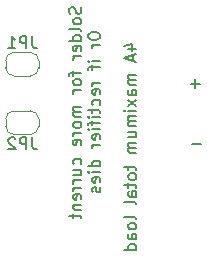
<source format=gbr>
%TF.GenerationSoftware,KiCad,Pcbnew,7.0.7*%
%TF.CreationDate,2023-08-28T09:58:40+02:00*%
%TF.ProjectId,solenoidDecoder,736f6c65-6e6f-4696-9444-65636f646572,rev?*%
%TF.SameCoordinates,Original*%
%TF.FileFunction,Legend,Bot*%
%TF.FilePolarity,Positive*%
%FSLAX46Y46*%
G04 Gerber Fmt 4.6, Leading zero omitted, Abs format (unit mm)*
G04 Created by KiCad (PCBNEW 7.0.7) date 2023-08-28 09:58:40*
%MOMM*%
%LPD*%
G01*
G04 APERTURE LIST*
G04 Aperture macros list*
%AMFreePoly0*
4,1,19,0.500000,-0.750000,0.000000,-0.750000,0.000000,-0.744911,-0.071157,-0.744911,-0.207708,-0.704816,-0.327430,-0.627875,-0.420627,-0.520320,-0.479746,-0.390866,-0.500000,-0.250000,-0.500000,0.250000,-0.479746,0.390866,-0.420627,0.520320,-0.327430,0.627875,-0.207708,0.704816,-0.071157,0.744911,0.000000,0.744911,0.000000,0.750000,0.500000,0.750000,0.500000,-0.750000,0.500000,-0.750000,
$1*%
%AMFreePoly1*
4,1,19,0.000000,0.744911,0.071157,0.744911,0.207708,0.704816,0.327430,0.627875,0.420627,0.520320,0.479746,0.390866,0.500000,0.250000,0.500000,-0.250000,0.479746,-0.390866,0.420627,-0.520320,0.327430,-0.627875,0.207708,-0.704816,0.071157,-0.744911,0.000000,-0.744911,0.000000,-0.750000,-0.500000,-0.750000,-0.500000,0.750000,0.000000,0.750000,0.000000,0.744911,0.000000,0.744911,
$1*%
G04 Aperture macros list end*
%ADD10C,0.150000*%
%ADD11C,0.120000*%
%ADD12C,3.200000*%
%ADD13R,2.600000X2.600000*%
%ADD14C,2.600000*%
%ADD15R,1.700000X1.700000*%
%ADD16O,1.700000X1.700000*%
%ADD17FreePoly0,180.000000*%
%ADD18FreePoly1,180.000000*%
%ADD19FreePoly0,0.000000*%
%ADD20FreePoly1,0.000000*%
G04 APERTURE END LIST*
D10*
X144570220Y-56003866D02*
X143808316Y-56003866D01*
X138395152Y-48009350D02*
X139061819Y-48009350D01*
X138014200Y-47771255D02*
X138728485Y-47533160D01*
X138728485Y-47533160D02*
X138728485Y-48152207D01*
X138776104Y-48485541D02*
X138776104Y-48961731D01*
X139061819Y-48390303D02*
X138061819Y-48723636D01*
X138061819Y-48723636D02*
X139061819Y-49056969D01*
X139061819Y-50152208D02*
X138395152Y-50152208D01*
X138490390Y-50152208D02*
X138442771Y-50199827D01*
X138442771Y-50199827D02*
X138395152Y-50295065D01*
X138395152Y-50295065D02*
X138395152Y-50437922D01*
X138395152Y-50437922D02*
X138442771Y-50533160D01*
X138442771Y-50533160D02*
X138538009Y-50580779D01*
X138538009Y-50580779D02*
X139061819Y-50580779D01*
X138538009Y-50580779D02*
X138442771Y-50628398D01*
X138442771Y-50628398D02*
X138395152Y-50723636D01*
X138395152Y-50723636D02*
X138395152Y-50866493D01*
X138395152Y-50866493D02*
X138442771Y-50961732D01*
X138442771Y-50961732D02*
X138538009Y-51009351D01*
X138538009Y-51009351D02*
X139061819Y-51009351D01*
X139061819Y-51914112D02*
X138538009Y-51914112D01*
X138538009Y-51914112D02*
X138442771Y-51866493D01*
X138442771Y-51866493D02*
X138395152Y-51771255D01*
X138395152Y-51771255D02*
X138395152Y-51580779D01*
X138395152Y-51580779D02*
X138442771Y-51485541D01*
X139014200Y-51914112D02*
X139061819Y-51818874D01*
X139061819Y-51818874D02*
X139061819Y-51580779D01*
X139061819Y-51580779D02*
X139014200Y-51485541D01*
X139014200Y-51485541D02*
X138918961Y-51437922D01*
X138918961Y-51437922D02*
X138823723Y-51437922D01*
X138823723Y-51437922D02*
X138728485Y-51485541D01*
X138728485Y-51485541D02*
X138680866Y-51580779D01*
X138680866Y-51580779D02*
X138680866Y-51818874D01*
X138680866Y-51818874D02*
X138633247Y-51914112D01*
X139061819Y-52295065D02*
X138395152Y-52818874D01*
X138395152Y-52295065D02*
X139061819Y-52818874D01*
X139061819Y-53199827D02*
X138395152Y-53199827D01*
X138061819Y-53199827D02*
X138109438Y-53152208D01*
X138109438Y-53152208D02*
X138157057Y-53199827D01*
X138157057Y-53199827D02*
X138109438Y-53247446D01*
X138109438Y-53247446D02*
X138061819Y-53199827D01*
X138061819Y-53199827D02*
X138157057Y-53199827D01*
X139061819Y-53676017D02*
X138395152Y-53676017D01*
X138490390Y-53676017D02*
X138442771Y-53723636D01*
X138442771Y-53723636D02*
X138395152Y-53818874D01*
X138395152Y-53818874D02*
X138395152Y-53961731D01*
X138395152Y-53961731D02*
X138442771Y-54056969D01*
X138442771Y-54056969D02*
X138538009Y-54104588D01*
X138538009Y-54104588D02*
X139061819Y-54104588D01*
X138538009Y-54104588D02*
X138442771Y-54152207D01*
X138442771Y-54152207D02*
X138395152Y-54247445D01*
X138395152Y-54247445D02*
X138395152Y-54390302D01*
X138395152Y-54390302D02*
X138442771Y-54485541D01*
X138442771Y-54485541D02*
X138538009Y-54533160D01*
X138538009Y-54533160D02*
X139061819Y-54533160D01*
X138395152Y-55437921D02*
X139061819Y-55437921D01*
X138395152Y-55009350D02*
X138918961Y-55009350D01*
X138918961Y-55009350D02*
X139014200Y-55056969D01*
X139014200Y-55056969D02*
X139061819Y-55152207D01*
X139061819Y-55152207D02*
X139061819Y-55295064D01*
X139061819Y-55295064D02*
X139014200Y-55390302D01*
X139014200Y-55390302D02*
X138966580Y-55437921D01*
X139061819Y-55914112D02*
X138395152Y-55914112D01*
X138490390Y-55914112D02*
X138442771Y-55961731D01*
X138442771Y-55961731D02*
X138395152Y-56056969D01*
X138395152Y-56056969D02*
X138395152Y-56199826D01*
X138395152Y-56199826D02*
X138442771Y-56295064D01*
X138442771Y-56295064D02*
X138538009Y-56342683D01*
X138538009Y-56342683D02*
X139061819Y-56342683D01*
X138538009Y-56342683D02*
X138442771Y-56390302D01*
X138442771Y-56390302D02*
X138395152Y-56485540D01*
X138395152Y-56485540D02*
X138395152Y-56628397D01*
X138395152Y-56628397D02*
X138442771Y-56723636D01*
X138442771Y-56723636D02*
X138538009Y-56771255D01*
X138538009Y-56771255D02*
X139061819Y-56771255D01*
X138395152Y-57866493D02*
X138395152Y-58247445D01*
X138061819Y-58009350D02*
X138918961Y-58009350D01*
X138918961Y-58009350D02*
X139014200Y-58056969D01*
X139014200Y-58056969D02*
X139061819Y-58152207D01*
X139061819Y-58152207D02*
X139061819Y-58247445D01*
X139061819Y-58723636D02*
X139014200Y-58628398D01*
X139014200Y-58628398D02*
X138966580Y-58580779D01*
X138966580Y-58580779D02*
X138871342Y-58533160D01*
X138871342Y-58533160D02*
X138585628Y-58533160D01*
X138585628Y-58533160D02*
X138490390Y-58580779D01*
X138490390Y-58580779D02*
X138442771Y-58628398D01*
X138442771Y-58628398D02*
X138395152Y-58723636D01*
X138395152Y-58723636D02*
X138395152Y-58866493D01*
X138395152Y-58866493D02*
X138442771Y-58961731D01*
X138442771Y-58961731D02*
X138490390Y-59009350D01*
X138490390Y-59009350D02*
X138585628Y-59056969D01*
X138585628Y-59056969D02*
X138871342Y-59056969D01*
X138871342Y-59056969D02*
X138966580Y-59009350D01*
X138966580Y-59009350D02*
X139014200Y-58961731D01*
X139014200Y-58961731D02*
X139061819Y-58866493D01*
X139061819Y-58866493D02*
X139061819Y-58723636D01*
X138395152Y-59342684D02*
X138395152Y-59723636D01*
X138061819Y-59485541D02*
X138918961Y-59485541D01*
X138918961Y-59485541D02*
X139014200Y-59533160D01*
X139014200Y-59533160D02*
X139061819Y-59628398D01*
X139061819Y-59628398D02*
X139061819Y-59723636D01*
X139061819Y-60485541D02*
X138538009Y-60485541D01*
X138538009Y-60485541D02*
X138442771Y-60437922D01*
X138442771Y-60437922D02*
X138395152Y-60342684D01*
X138395152Y-60342684D02*
X138395152Y-60152208D01*
X138395152Y-60152208D02*
X138442771Y-60056970D01*
X139014200Y-60485541D02*
X139061819Y-60390303D01*
X139061819Y-60390303D02*
X139061819Y-60152208D01*
X139061819Y-60152208D02*
X139014200Y-60056970D01*
X139014200Y-60056970D02*
X138918961Y-60009351D01*
X138918961Y-60009351D02*
X138823723Y-60009351D01*
X138823723Y-60009351D02*
X138728485Y-60056970D01*
X138728485Y-60056970D02*
X138680866Y-60152208D01*
X138680866Y-60152208D02*
X138680866Y-60390303D01*
X138680866Y-60390303D02*
X138633247Y-60485541D01*
X139061819Y-61104589D02*
X139014200Y-61009351D01*
X139014200Y-61009351D02*
X138918961Y-60961732D01*
X138918961Y-60961732D02*
X138061819Y-60961732D01*
X139061819Y-62390304D02*
X139014200Y-62295066D01*
X139014200Y-62295066D02*
X138918961Y-62247447D01*
X138918961Y-62247447D02*
X138061819Y-62247447D01*
X139061819Y-62914114D02*
X139014200Y-62818876D01*
X139014200Y-62818876D02*
X138966580Y-62771257D01*
X138966580Y-62771257D02*
X138871342Y-62723638D01*
X138871342Y-62723638D02*
X138585628Y-62723638D01*
X138585628Y-62723638D02*
X138490390Y-62771257D01*
X138490390Y-62771257D02*
X138442771Y-62818876D01*
X138442771Y-62818876D02*
X138395152Y-62914114D01*
X138395152Y-62914114D02*
X138395152Y-63056971D01*
X138395152Y-63056971D02*
X138442771Y-63152209D01*
X138442771Y-63152209D02*
X138490390Y-63199828D01*
X138490390Y-63199828D02*
X138585628Y-63247447D01*
X138585628Y-63247447D02*
X138871342Y-63247447D01*
X138871342Y-63247447D02*
X138966580Y-63199828D01*
X138966580Y-63199828D02*
X139014200Y-63152209D01*
X139014200Y-63152209D02*
X139061819Y-63056971D01*
X139061819Y-63056971D02*
X139061819Y-62914114D01*
X139061819Y-64104590D02*
X138538009Y-64104590D01*
X138538009Y-64104590D02*
X138442771Y-64056971D01*
X138442771Y-64056971D02*
X138395152Y-63961733D01*
X138395152Y-63961733D02*
X138395152Y-63771257D01*
X138395152Y-63771257D02*
X138442771Y-63676019D01*
X139014200Y-64104590D02*
X139061819Y-64009352D01*
X139061819Y-64009352D02*
X139061819Y-63771257D01*
X139061819Y-63771257D02*
X139014200Y-63676019D01*
X139014200Y-63676019D02*
X138918961Y-63628400D01*
X138918961Y-63628400D02*
X138823723Y-63628400D01*
X138823723Y-63628400D02*
X138728485Y-63676019D01*
X138728485Y-63676019D02*
X138680866Y-63771257D01*
X138680866Y-63771257D02*
X138680866Y-64009352D01*
X138680866Y-64009352D02*
X138633247Y-64104590D01*
X139061819Y-65009352D02*
X138061819Y-65009352D01*
X139014200Y-65009352D02*
X139061819Y-64914114D01*
X139061819Y-64914114D02*
X139061819Y-64723638D01*
X139061819Y-64723638D02*
X139014200Y-64628400D01*
X139014200Y-64628400D02*
X138966580Y-64580781D01*
X138966580Y-64580781D02*
X138871342Y-64533162D01*
X138871342Y-64533162D02*
X138585628Y-64533162D01*
X138585628Y-64533162D02*
X138490390Y-64580781D01*
X138490390Y-64580781D02*
X138442771Y-64628400D01*
X138442771Y-64628400D02*
X138395152Y-64723638D01*
X138395152Y-64723638D02*
X138395152Y-64914114D01*
X138395152Y-64914114D02*
X138442771Y-65009352D01*
X134356200Y-44435236D02*
X134403819Y-44578093D01*
X134403819Y-44578093D02*
X134403819Y-44816188D01*
X134403819Y-44816188D02*
X134356200Y-44911426D01*
X134356200Y-44911426D02*
X134308580Y-44959045D01*
X134308580Y-44959045D02*
X134213342Y-45006664D01*
X134213342Y-45006664D02*
X134118104Y-45006664D01*
X134118104Y-45006664D02*
X134022866Y-44959045D01*
X134022866Y-44959045D02*
X133975247Y-44911426D01*
X133975247Y-44911426D02*
X133927628Y-44816188D01*
X133927628Y-44816188D02*
X133880009Y-44625712D01*
X133880009Y-44625712D02*
X133832390Y-44530474D01*
X133832390Y-44530474D02*
X133784771Y-44482855D01*
X133784771Y-44482855D02*
X133689533Y-44435236D01*
X133689533Y-44435236D02*
X133594295Y-44435236D01*
X133594295Y-44435236D02*
X133499057Y-44482855D01*
X133499057Y-44482855D02*
X133451438Y-44530474D01*
X133451438Y-44530474D02*
X133403819Y-44625712D01*
X133403819Y-44625712D02*
X133403819Y-44863807D01*
X133403819Y-44863807D02*
X133451438Y-45006664D01*
X134403819Y-45578093D02*
X134356200Y-45482855D01*
X134356200Y-45482855D02*
X134308580Y-45435236D01*
X134308580Y-45435236D02*
X134213342Y-45387617D01*
X134213342Y-45387617D02*
X133927628Y-45387617D01*
X133927628Y-45387617D02*
X133832390Y-45435236D01*
X133832390Y-45435236D02*
X133784771Y-45482855D01*
X133784771Y-45482855D02*
X133737152Y-45578093D01*
X133737152Y-45578093D02*
X133737152Y-45720950D01*
X133737152Y-45720950D02*
X133784771Y-45816188D01*
X133784771Y-45816188D02*
X133832390Y-45863807D01*
X133832390Y-45863807D02*
X133927628Y-45911426D01*
X133927628Y-45911426D02*
X134213342Y-45911426D01*
X134213342Y-45911426D02*
X134308580Y-45863807D01*
X134308580Y-45863807D02*
X134356200Y-45816188D01*
X134356200Y-45816188D02*
X134403819Y-45720950D01*
X134403819Y-45720950D02*
X134403819Y-45578093D01*
X134403819Y-46482855D02*
X134356200Y-46387617D01*
X134356200Y-46387617D02*
X134260961Y-46339998D01*
X134260961Y-46339998D02*
X133403819Y-46339998D01*
X134403819Y-47292379D02*
X133403819Y-47292379D01*
X134356200Y-47292379D02*
X134403819Y-47197141D01*
X134403819Y-47197141D02*
X134403819Y-47006665D01*
X134403819Y-47006665D02*
X134356200Y-46911427D01*
X134356200Y-46911427D02*
X134308580Y-46863808D01*
X134308580Y-46863808D02*
X134213342Y-46816189D01*
X134213342Y-46816189D02*
X133927628Y-46816189D01*
X133927628Y-46816189D02*
X133832390Y-46863808D01*
X133832390Y-46863808D02*
X133784771Y-46911427D01*
X133784771Y-46911427D02*
X133737152Y-47006665D01*
X133737152Y-47006665D02*
X133737152Y-47197141D01*
X133737152Y-47197141D02*
X133784771Y-47292379D01*
X134356200Y-48149522D02*
X134403819Y-48054284D01*
X134403819Y-48054284D02*
X134403819Y-47863808D01*
X134403819Y-47863808D02*
X134356200Y-47768570D01*
X134356200Y-47768570D02*
X134260961Y-47720951D01*
X134260961Y-47720951D02*
X133880009Y-47720951D01*
X133880009Y-47720951D02*
X133784771Y-47768570D01*
X133784771Y-47768570D02*
X133737152Y-47863808D01*
X133737152Y-47863808D02*
X133737152Y-48054284D01*
X133737152Y-48054284D02*
X133784771Y-48149522D01*
X133784771Y-48149522D02*
X133880009Y-48197141D01*
X133880009Y-48197141D02*
X133975247Y-48197141D01*
X133975247Y-48197141D02*
X134070485Y-47720951D01*
X134403819Y-48625713D02*
X133737152Y-48625713D01*
X133927628Y-48625713D02*
X133832390Y-48673332D01*
X133832390Y-48673332D02*
X133784771Y-48720951D01*
X133784771Y-48720951D02*
X133737152Y-48816189D01*
X133737152Y-48816189D02*
X133737152Y-48911427D01*
X133737152Y-49863809D02*
X133737152Y-50244761D01*
X134403819Y-50006666D02*
X133546676Y-50006666D01*
X133546676Y-50006666D02*
X133451438Y-50054285D01*
X133451438Y-50054285D02*
X133403819Y-50149523D01*
X133403819Y-50149523D02*
X133403819Y-50244761D01*
X134403819Y-50720952D02*
X134356200Y-50625714D01*
X134356200Y-50625714D02*
X134308580Y-50578095D01*
X134308580Y-50578095D02*
X134213342Y-50530476D01*
X134213342Y-50530476D02*
X133927628Y-50530476D01*
X133927628Y-50530476D02*
X133832390Y-50578095D01*
X133832390Y-50578095D02*
X133784771Y-50625714D01*
X133784771Y-50625714D02*
X133737152Y-50720952D01*
X133737152Y-50720952D02*
X133737152Y-50863809D01*
X133737152Y-50863809D02*
X133784771Y-50959047D01*
X133784771Y-50959047D02*
X133832390Y-51006666D01*
X133832390Y-51006666D02*
X133927628Y-51054285D01*
X133927628Y-51054285D02*
X134213342Y-51054285D01*
X134213342Y-51054285D02*
X134308580Y-51006666D01*
X134308580Y-51006666D02*
X134356200Y-50959047D01*
X134356200Y-50959047D02*
X134403819Y-50863809D01*
X134403819Y-50863809D02*
X134403819Y-50720952D01*
X134403819Y-51482857D02*
X133737152Y-51482857D01*
X133927628Y-51482857D02*
X133832390Y-51530476D01*
X133832390Y-51530476D02*
X133784771Y-51578095D01*
X133784771Y-51578095D02*
X133737152Y-51673333D01*
X133737152Y-51673333D02*
X133737152Y-51768571D01*
X134403819Y-52863810D02*
X133737152Y-52863810D01*
X133832390Y-52863810D02*
X133784771Y-52911429D01*
X133784771Y-52911429D02*
X133737152Y-53006667D01*
X133737152Y-53006667D02*
X133737152Y-53149524D01*
X133737152Y-53149524D02*
X133784771Y-53244762D01*
X133784771Y-53244762D02*
X133880009Y-53292381D01*
X133880009Y-53292381D02*
X134403819Y-53292381D01*
X133880009Y-53292381D02*
X133784771Y-53340000D01*
X133784771Y-53340000D02*
X133737152Y-53435238D01*
X133737152Y-53435238D02*
X133737152Y-53578095D01*
X133737152Y-53578095D02*
X133784771Y-53673334D01*
X133784771Y-53673334D02*
X133880009Y-53720953D01*
X133880009Y-53720953D02*
X134403819Y-53720953D01*
X134403819Y-54340000D02*
X134356200Y-54244762D01*
X134356200Y-54244762D02*
X134308580Y-54197143D01*
X134308580Y-54197143D02*
X134213342Y-54149524D01*
X134213342Y-54149524D02*
X133927628Y-54149524D01*
X133927628Y-54149524D02*
X133832390Y-54197143D01*
X133832390Y-54197143D02*
X133784771Y-54244762D01*
X133784771Y-54244762D02*
X133737152Y-54340000D01*
X133737152Y-54340000D02*
X133737152Y-54482857D01*
X133737152Y-54482857D02*
X133784771Y-54578095D01*
X133784771Y-54578095D02*
X133832390Y-54625714D01*
X133832390Y-54625714D02*
X133927628Y-54673333D01*
X133927628Y-54673333D02*
X134213342Y-54673333D01*
X134213342Y-54673333D02*
X134308580Y-54625714D01*
X134308580Y-54625714D02*
X134356200Y-54578095D01*
X134356200Y-54578095D02*
X134403819Y-54482857D01*
X134403819Y-54482857D02*
X134403819Y-54340000D01*
X134403819Y-55101905D02*
X133737152Y-55101905D01*
X133927628Y-55101905D02*
X133832390Y-55149524D01*
X133832390Y-55149524D02*
X133784771Y-55197143D01*
X133784771Y-55197143D02*
X133737152Y-55292381D01*
X133737152Y-55292381D02*
X133737152Y-55387619D01*
X134356200Y-56101905D02*
X134403819Y-56006667D01*
X134403819Y-56006667D02*
X134403819Y-55816191D01*
X134403819Y-55816191D02*
X134356200Y-55720953D01*
X134356200Y-55720953D02*
X134260961Y-55673334D01*
X134260961Y-55673334D02*
X133880009Y-55673334D01*
X133880009Y-55673334D02*
X133784771Y-55720953D01*
X133784771Y-55720953D02*
X133737152Y-55816191D01*
X133737152Y-55816191D02*
X133737152Y-56006667D01*
X133737152Y-56006667D02*
X133784771Y-56101905D01*
X133784771Y-56101905D02*
X133880009Y-56149524D01*
X133880009Y-56149524D02*
X133975247Y-56149524D01*
X133975247Y-56149524D02*
X134070485Y-55673334D01*
X134356200Y-57768572D02*
X134403819Y-57673334D01*
X134403819Y-57673334D02*
X134403819Y-57482858D01*
X134403819Y-57482858D02*
X134356200Y-57387620D01*
X134356200Y-57387620D02*
X134308580Y-57340001D01*
X134308580Y-57340001D02*
X134213342Y-57292382D01*
X134213342Y-57292382D02*
X133927628Y-57292382D01*
X133927628Y-57292382D02*
X133832390Y-57340001D01*
X133832390Y-57340001D02*
X133784771Y-57387620D01*
X133784771Y-57387620D02*
X133737152Y-57482858D01*
X133737152Y-57482858D02*
X133737152Y-57673334D01*
X133737152Y-57673334D02*
X133784771Y-57768572D01*
X133737152Y-58625715D02*
X134403819Y-58625715D01*
X133737152Y-58197144D02*
X134260961Y-58197144D01*
X134260961Y-58197144D02*
X134356200Y-58244763D01*
X134356200Y-58244763D02*
X134403819Y-58340001D01*
X134403819Y-58340001D02*
X134403819Y-58482858D01*
X134403819Y-58482858D02*
X134356200Y-58578096D01*
X134356200Y-58578096D02*
X134308580Y-58625715D01*
X134403819Y-59101906D02*
X133737152Y-59101906D01*
X133927628Y-59101906D02*
X133832390Y-59149525D01*
X133832390Y-59149525D02*
X133784771Y-59197144D01*
X133784771Y-59197144D02*
X133737152Y-59292382D01*
X133737152Y-59292382D02*
X133737152Y-59387620D01*
X134403819Y-59720954D02*
X133737152Y-59720954D01*
X133927628Y-59720954D02*
X133832390Y-59768573D01*
X133832390Y-59768573D02*
X133784771Y-59816192D01*
X133784771Y-59816192D02*
X133737152Y-59911430D01*
X133737152Y-59911430D02*
X133737152Y-60006668D01*
X134356200Y-60720954D02*
X134403819Y-60625716D01*
X134403819Y-60625716D02*
X134403819Y-60435240D01*
X134403819Y-60435240D02*
X134356200Y-60340002D01*
X134356200Y-60340002D02*
X134260961Y-60292383D01*
X134260961Y-60292383D02*
X133880009Y-60292383D01*
X133880009Y-60292383D02*
X133784771Y-60340002D01*
X133784771Y-60340002D02*
X133737152Y-60435240D01*
X133737152Y-60435240D02*
X133737152Y-60625716D01*
X133737152Y-60625716D02*
X133784771Y-60720954D01*
X133784771Y-60720954D02*
X133880009Y-60768573D01*
X133880009Y-60768573D02*
X133975247Y-60768573D01*
X133975247Y-60768573D02*
X134070485Y-60292383D01*
X133737152Y-61197145D02*
X134403819Y-61197145D01*
X133832390Y-61197145D02*
X133784771Y-61244764D01*
X133784771Y-61244764D02*
X133737152Y-61340002D01*
X133737152Y-61340002D02*
X133737152Y-61482859D01*
X133737152Y-61482859D02*
X133784771Y-61578097D01*
X133784771Y-61578097D02*
X133880009Y-61625716D01*
X133880009Y-61625716D02*
X134403819Y-61625716D01*
X133737152Y-61959050D02*
X133737152Y-62340002D01*
X133403819Y-62101907D02*
X134260961Y-62101907D01*
X134260961Y-62101907D02*
X134356200Y-62149526D01*
X134356200Y-62149526D02*
X134403819Y-62244764D01*
X134403819Y-62244764D02*
X134403819Y-62340002D01*
X135013819Y-46792380D02*
X135013819Y-46982856D01*
X135013819Y-46982856D02*
X135061438Y-47078094D01*
X135061438Y-47078094D02*
X135156676Y-47173332D01*
X135156676Y-47173332D02*
X135347152Y-47220951D01*
X135347152Y-47220951D02*
X135680485Y-47220951D01*
X135680485Y-47220951D02*
X135870961Y-47173332D01*
X135870961Y-47173332D02*
X135966200Y-47078094D01*
X135966200Y-47078094D02*
X136013819Y-46982856D01*
X136013819Y-46982856D02*
X136013819Y-46792380D01*
X136013819Y-46792380D02*
X135966200Y-46697142D01*
X135966200Y-46697142D02*
X135870961Y-46601904D01*
X135870961Y-46601904D02*
X135680485Y-46554285D01*
X135680485Y-46554285D02*
X135347152Y-46554285D01*
X135347152Y-46554285D02*
X135156676Y-46601904D01*
X135156676Y-46601904D02*
X135061438Y-46697142D01*
X135061438Y-46697142D02*
X135013819Y-46792380D01*
X136013819Y-47649523D02*
X135347152Y-47649523D01*
X135537628Y-47649523D02*
X135442390Y-47697142D01*
X135442390Y-47697142D02*
X135394771Y-47744761D01*
X135394771Y-47744761D02*
X135347152Y-47839999D01*
X135347152Y-47839999D02*
X135347152Y-47935237D01*
X136013819Y-49030476D02*
X135347152Y-49030476D01*
X135013819Y-49030476D02*
X135061438Y-48982857D01*
X135061438Y-48982857D02*
X135109057Y-49030476D01*
X135109057Y-49030476D02*
X135061438Y-49078095D01*
X135061438Y-49078095D02*
X135013819Y-49030476D01*
X135013819Y-49030476D02*
X135109057Y-49030476D01*
X135347152Y-49363809D02*
X135347152Y-49744761D01*
X136013819Y-49506666D02*
X135156676Y-49506666D01*
X135156676Y-49506666D02*
X135061438Y-49554285D01*
X135061438Y-49554285D02*
X135013819Y-49649523D01*
X135013819Y-49649523D02*
X135013819Y-49744761D01*
X136013819Y-50840000D02*
X135347152Y-50840000D01*
X135537628Y-50840000D02*
X135442390Y-50887619D01*
X135442390Y-50887619D02*
X135394771Y-50935238D01*
X135394771Y-50935238D02*
X135347152Y-51030476D01*
X135347152Y-51030476D02*
X135347152Y-51125714D01*
X135966200Y-51840000D02*
X136013819Y-51744762D01*
X136013819Y-51744762D02*
X136013819Y-51554286D01*
X136013819Y-51554286D02*
X135966200Y-51459048D01*
X135966200Y-51459048D02*
X135870961Y-51411429D01*
X135870961Y-51411429D02*
X135490009Y-51411429D01*
X135490009Y-51411429D02*
X135394771Y-51459048D01*
X135394771Y-51459048D02*
X135347152Y-51554286D01*
X135347152Y-51554286D02*
X135347152Y-51744762D01*
X135347152Y-51744762D02*
X135394771Y-51840000D01*
X135394771Y-51840000D02*
X135490009Y-51887619D01*
X135490009Y-51887619D02*
X135585247Y-51887619D01*
X135585247Y-51887619D02*
X135680485Y-51411429D01*
X135966200Y-52744762D02*
X136013819Y-52649524D01*
X136013819Y-52649524D02*
X136013819Y-52459048D01*
X136013819Y-52459048D02*
X135966200Y-52363810D01*
X135966200Y-52363810D02*
X135918580Y-52316191D01*
X135918580Y-52316191D02*
X135823342Y-52268572D01*
X135823342Y-52268572D02*
X135537628Y-52268572D01*
X135537628Y-52268572D02*
X135442390Y-52316191D01*
X135442390Y-52316191D02*
X135394771Y-52363810D01*
X135394771Y-52363810D02*
X135347152Y-52459048D01*
X135347152Y-52459048D02*
X135347152Y-52649524D01*
X135347152Y-52649524D02*
X135394771Y-52744762D01*
X135347152Y-53030477D02*
X135347152Y-53411429D01*
X135013819Y-53173334D02*
X135870961Y-53173334D01*
X135870961Y-53173334D02*
X135966200Y-53220953D01*
X135966200Y-53220953D02*
X136013819Y-53316191D01*
X136013819Y-53316191D02*
X136013819Y-53411429D01*
X136013819Y-53744763D02*
X135347152Y-53744763D01*
X135013819Y-53744763D02*
X135061438Y-53697144D01*
X135061438Y-53697144D02*
X135109057Y-53744763D01*
X135109057Y-53744763D02*
X135061438Y-53792382D01*
X135061438Y-53792382D02*
X135013819Y-53744763D01*
X135013819Y-53744763D02*
X135109057Y-53744763D01*
X135347152Y-54078096D02*
X135347152Y-54459048D01*
X136013819Y-54220953D02*
X135156676Y-54220953D01*
X135156676Y-54220953D02*
X135061438Y-54268572D01*
X135061438Y-54268572D02*
X135013819Y-54363810D01*
X135013819Y-54363810D02*
X135013819Y-54459048D01*
X136013819Y-54792382D02*
X135347152Y-54792382D01*
X135013819Y-54792382D02*
X135061438Y-54744763D01*
X135061438Y-54744763D02*
X135109057Y-54792382D01*
X135109057Y-54792382D02*
X135061438Y-54840001D01*
X135061438Y-54840001D02*
X135013819Y-54792382D01*
X135013819Y-54792382D02*
X135109057Y-54792382D01*
X135966200Y-55649524D02*
X136013819Y-55554286D01*
X136013819Y-55554286D02*
X136013819Y-55363810D01*
X136013819Y-55363810D02*
X135966200Y-55268572D01*
X135966200Y-55268572D02*
X135870961Y-55220953D01*
X135870961Y-55220953D02*
X135490009Y-55220953D01*
X135490009Y-55220953D02*
X135394771Y-55268572D01*
X135394771Y-55268572D02*
X135347152Y-55363810D01*
X135347152Y-55363810D02*
X135347152Y-55554286D01*
X135347152Y-55554286D02*
X135394771Y-55649524D01*
X135394771Y-55649524D02*
X135490009Y-55697143D01*
X135490009Y-55697143D02*
X135585247Y-55697143D01*
X135585247Y-55697143D02*
X135680485Y-55220953D01*
X136013819Y-56125715D02*
X135347152Y-56125715D01*
X135537628Y-56125715D02*
X135442390Y-56173334D01*
X135442390Y-56173334D02*
X135394771Y-56220953D01*
X135394771Y-56220953D02*
X135347152Y-56316191D01*
X135347152Y-56316191D02*
X135347152Y-56411429D01*
X136013819Y-57935239D02*
X135013819Y-57935239D01*
X135966200Y-57935239D02*
X136013819Y-57840001D01*
X136013819Y-57840001D02*
X136013819Y-57649525D01*
X136013819Y-57649525D02*
X135966200Y-57554287D01*
X135966200Y-57554287D02*
X135918580Y-57506668D01*
X135918580Y-57506668D02*
X135823342Y-57459049D01*
X135823342Y-57459049D02*
X135537628Y-57459049D01*
X135537628Y-57459049D02*
X135442390Y-57506668D01*
X135442390Y-57506668D02*
X135394771Y-57554287D01*
X135394771Y-57554287D02*
X135347152Y-57649525D01*
X135347152Y-57649525D02*
X135347152Y-57840001D01*
X135347152Y-57840001D02*
X135394771Y-57935239D01*
X136013819Y-58411430D02*
X135347152Y-58411430D01*
X135013819Y-58411430D02*
X135061438Y-58363811D01*
X135061438Y-58363811D02*
X135109057Y-58411430D01*
X135109057Y-58411430D02*
X135061438Y-58459049D01*
X135061438Y-58459049D02*
X135013819Y-58411430D01*
X135013819Y-58411430D02*
X135109057Y-58411430D01*
X135966200Y-59268572D02*
X136013819Y-59173334D01*
X136013819Y-59173334D02*
X136013819Y-58982858D01*
X136013819Y-58982858D02*
X135966200Y-58887620D01*
X135966200Y-58887620D02*
X135870961Y-58840001D01*
X135870961Y-58840001D02*
X135490009Y-58840001D01*
X135490009Y-58840001D02*
X135394771Y-58887620D01*
X135394771Y-58887620D02*
X135347152Y-58982858D01*
X135347152Y-58982858D02*
X135347152Y-59173334D01*
X135347152Y-59173334D02*
X135394771Y-59268572D01*
X135394771Y-59268572D02*
X135490009Y-59316191D01*
X135490009Y-59316191D02*
X135585247Y-59316191D01*
X135585247Y-59316191D02*
X135680485Y-58840001D01*
X135966200Y-59697144D02*
X136013819Y-59792382D01*
X136013819Y-59792382D02*
X136013819Y-59982858D01*
X136013819Y-59982858D02*
X135966200Y-60078096D01*
X135966200Y-60078096D02*
X135870961Y-60125715D01*
X135870961Y-60125715D02*
X135823342Y-60125715D01*
X135823342Y-60125715D02*
X135728104Y-60078096D01*
X135728104Y-60078096D02*
X135680485Y-59982858D01*
X135680485Y-59982858D02*
X135680485Y-59840001D01*
X135680485Y-59840001D02*
X135632866Y-59744763D01*
X135632866Y-59744763D02*
X135537628Y-59697144D01*
X135537628Y-59697144D02*
X135490009Y-59697144D01*
X135490009Y-59697144D02*
X135394771Y-59744763D01*
X135394771Y-59744763D02*
X135347152Y-59840001D01*
X135347152Y-59840001D02*
X135347152Y-59982858D01*
X135347152Y-59982858D02*
X135394771Y-60078096D01*
X144443220Y-50923866D02*
X143681316Y-50923866D01*
X144062268Y-51304819D02*
X144062268Y-50542914D01*
X130246333Y-46930819D02*
X130246333Y-47645104D01*
X130246333Y-47645104D02*
X130293952Y-47787961D01*
X130293952Y-47787961D02*
X130389190Y-47883200D01*
X130389190Y-47883200D02*
X130532047Y-47930819D01*
X130532047Y-47930819D02*
X130627285Y-47930819D01*
X129770142Y-47930819D02*
X129770142Y-46930819D01*
X129770142Y-46930819D02*
X129389190Y-46930819D01*
X129389190Y-46930819D02*
X129293952Y-46978438D01*
X129293952Y-46978438D02*
X129246333Y-47026057D01*
X129246333Y-47026057D02*
X129198714Y-47121295D01*
X129198714Y-47121295D02*
X129198714Y-47264152D01*
X129198714Y-47264152D02*
X129246333Y-47359390D01*
X129246333Y-47359390D02*
X129293952Y-47407009D01*
X129293952Y-47407009D02*
X129389190Y-47454628D01*
X129389190Y-47454628D02*
X129770142Y-47454628D01*
X128246333Y-47930819D02*
X128817761Y-47930819D01*
X128532047Y-47930819D02*
X128532047Y-46930819D01*
X128532047Y-46930819D02*
X128627285Y-47073676D01*
X128627285Y-47073676D02*
X128722523Y-47168914D01*
X128722523Y-47168914D02*
X128817761Y-47216533D01*
X130246333Y-55483819D02*
X130246333Y-56198104D01*
X130246333Y-56198104D02*
X130293952Y-56340961D01*
X130293952Y-56340961D02*
X130389190Y-56436200D01*
X130389190Y-56436200D02*
X130532047Y-56483819D01*
X130532047Y-56483819D02*
X130627285Y-56483819D01*
X129770142Y-56483819D02*
X129770142Y-55483819D01*
X129770142Y-55483819D02*
X129389190Y-55483819D01*
X129389190Y-55483819D02*
X129293952Y-55531438D01*
X129293952Y-55531438D02*
X129246333Y-55579057D01*
X129246333Y-55579057D02*
X129198714Y-55674295D01*
X129198714Y-55674295D02*
X129198714Y-55817152D01*
X129198714Y-55817152D02*
X129246333Y-55912390D01*
X129246333Y-55912390D02*
X129293952Y-55960009D01*
X129293952Y-55960009D02*
X129389190Y-56007628D01*
X129389190Y-56007628D02*
X129770142Y-56007628D01*
X128817761Y-55579057D02*
X128770142Y-55531438D01*
X128770142Y-55531438D02*
X128674904Y-55483819D01*
X128674904Y-55483819D02*
X128436809Y-55483819D01*
X128436809Y-55483819D02*
X128341571Y-55531438D01*
X128341571Y-55531438D02*
X128293952Y-55579057D01*
X128293952Y-55579057D02*
X128246333Y-55674295D01*
X128246333Y-55674295D02*
X128246333Y-55769533D01*
X128246333Y-55769533D02*
X128293952Y-55912390D01*
X128293952Y-55912390D02*
X128865380Y-56483819D01*
X128865380Y-56483819D02*
X128246333Y-56483819D01*
D11*
%TO.C,JP1*%
X130813000Y-49576000D02*
X130813000Y-48976000D01*
X130113000Y-48276000D02*
X128713000Y-48276000D01*
X128713000Y-50276000D02*
X130113000Y-50276000D01*
X128013000Y-48976000D02*
X128013000Y-49576000D01*
X130113000Y-50276000D02*
G75*
G03*
X130813000Y-49576000I1J699999D01*
G01*
X130813000Y-48976000D02*
G75*
G03*
X130113000Y-48276000I-699999J1D01*
G01*
X128013000Y-49576000D02*
G75*
G03*
X128713000Y-50276000I700000J0D01*
G01*
X128713000Y-48276000D02*
G75*
G03*
X128013000Y-48976000I0J-700000D01*
G01*
%TO.C,JP2*%
X128013000Y-53929000D02*
X128013000Y-54529000D01*
X128713000Y-55229000D02*
X130113000Y-55229000D01*
X130113000Y-53229000D02*
X128713000Y-53229000D01*
X130813000Y-54529000D02*
X130813000Y-53929000D01*
X128713000Y-53229000D02*
G75*
G03*
X128013000Y-53929000I-1J-699999D01*
G01*
X128013000Y-54529000D02*
G75*
G03*
X128713000Y-55229000I699999J-1D01*
G01*
X130813000Y-53929000D02*
G75*
G03*
X130113000Y-53229000I-700000J0D01*
G01*
X130113000Y-55229000D02*
G75*
G03*
X130813000Y-54529000I0J700000D01*
G01*
%TD*%
%LPC*%
D12*
%TO.C,REF\u002A\u002A*%
X143500000Y-40000000D03*
%TD*%
D13*
%TO.C,J62*%
X141805000Y-66120000D03*
D14*
X141805000Y-61040000D03*
X141805000Y-55960000D03*
X141805000Y-50880000D03*
%TD*%
D13*
%TO.C,J41*%
X62555700Y-83364300D03*
D14*
X67635700Y-83364300D03*
X72715700Y-83364300D03*
%TD*%
D12*
%TO.C,REF\u002A\u002A*%
X55245000Y-40000000D03*
%TD*%
%TO.C,REF\u002A\u002A*%
X143500000Y-86500000D03*
%TD*%
D15*
%TO.C,J3*%
X136120000Y-88000000D03*
D16*
X133580000Y-88000000D03*
X131040000Y-88000000D03*
X128500000Y-88000000D03*
X125960000Y-88000000D03*
X123420000Y-88000000D03*
%TD*%
D12*
%TO.C,REF\u002A\u002A*%
X55245000Y-86487000D03*
%TD*%
D13*
%TO.C,J81*%
X118369000Y-43180000D03*
D14*
X113289000Y-43180000D03*
X108209000Y-43180000D03*
%TD*%
D13*
%TO.C,J61*%
X87884000Y-43180000D03*
D14*
X82804000Y-43180000D03*
X77724000Y-43180000D03*
%TD*%
D13*
%TO.C,J51*%
X72644000Y-43180000D03*
D14*
X67564000Y-43180000D03*
X62484000Y-43180000D03*
%TD*%
D13*
%TO.C,J31*%
X77795700Y-83363000D03*
D14*
X82875700Y-83363000D03*
X87955700Y-83363000D03*
%TD*%
D13*
%TO.C,J21*%
X93035700Y-83364300D03*
D14*
X98115700Y-83364300D03*
X103195700Y-83364300D03*
%TD*%
D13*
%TO.C,J71*%
X103124000Y-43180000D03*
D14*
X98044000Y-43180000D03*
X92964000Y-43180000D03*
%TD*%
D13*
%TO.C,J11*%
X108275700Y-83364300D03*
D14*
X113355700Y-83364300D03*
X118435700Y-83364300D03*
%TD*%
D17*
%TO.C,JP1*%
X130063000Y-49276000D03*
D18*
X128763000Y-49276000D03*
%TD*%
D19*
%TO.C,JP2*%
X128763000Y-54229000D03*
D20*
X130063000Y-54229000D03*
%TD*%
%LPD*%
M02*

</source>
